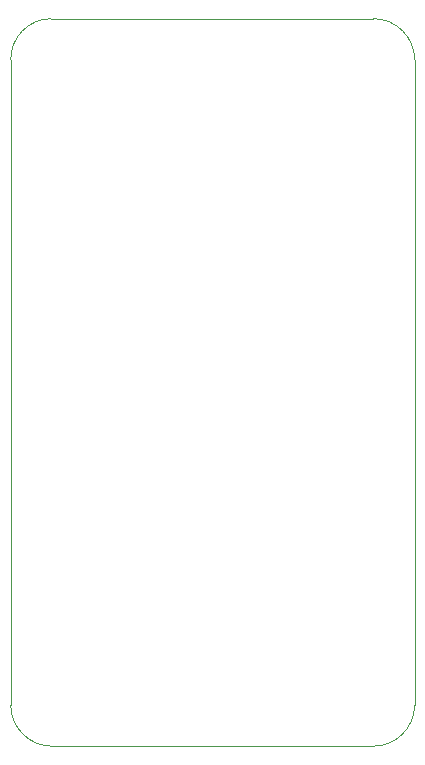
<source format=gbr>
%TF.GenerationSoftware,KiCad,Pcbnew,7.0.7*%
%TF.CreationDate,2023-09-25T17:24:59+01:00*%
%TF.ProjectId,Rapid Remote,52617069-6420-4526-956d-6f74652e6b69,C*%
%TF.SameCoordinates,PX8044ea0PY76ec560*%
%TF.FileFunction,Profile,NP*%
%FSLAX46Y46*%
G04 Gerber Fmt 4.6, Leading zero omitted, Abs format (unit mm)*
G04 Created by KiCad (PCBNEW 7.0.7) date 2023-09-25 17:24:59*
%MOMM*%
%LPD*%
G01*
G04 APERTURE LIST*
%TA.AperFunction,Profile*%
%ADD10C,0.100000*%
%TD*%
G04 APERTURE END LIST*
D10*
X3400000Y61600000D02*
G75*
G03*
X0Y58100000I50000J-3450000D01*
G01*
X30700000Y0D02*
X3500000Y0D01*
X34200000Y58100000D02*
G75*
G03*
X30700000Y61600000I-3500000J0D01*
G01*
X3400000Y61600000D02*
X30700000Y61600000D01*
X0Y3500000D02*
G75*
G03*
X3500000Y0I3500000J0D01*
G01*
X30700000Y0D02*
G75*
G03*
X34200000Y3500000I0J3500000D01*
G01*
X0Y3500000D02*
X0Y58100000D01*
X34200000Y58100000D02*
X34200000Y3500000D01*
M02*

</source>
